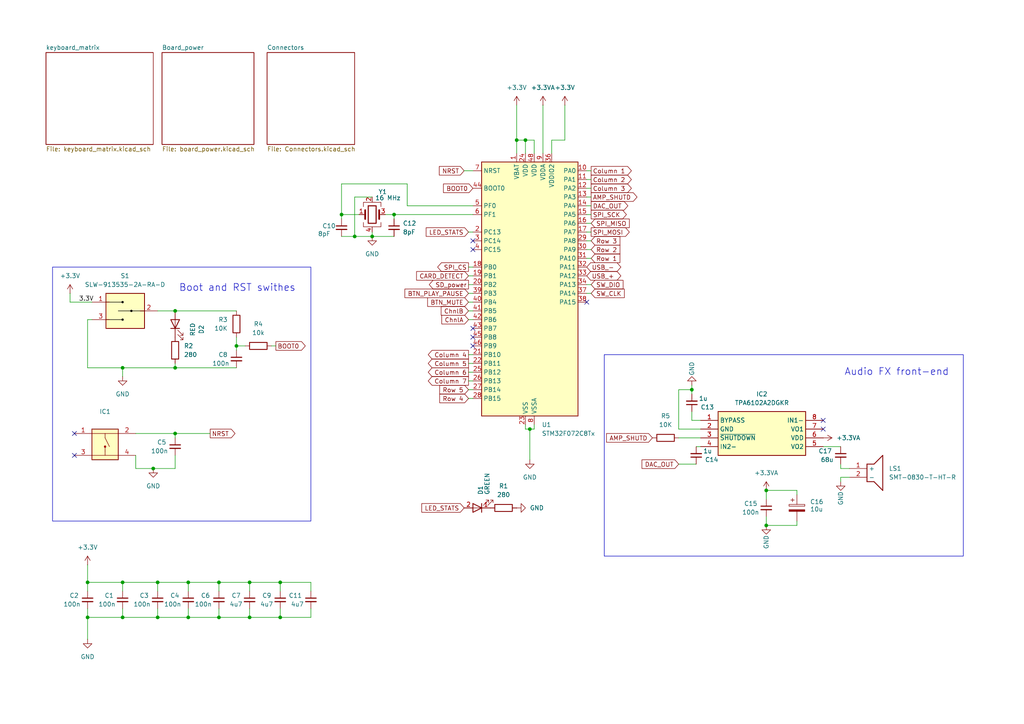
<source format=kicad_sch>
(kicad_sch (version 20250114) (generator "eeschema") (generator_version "9.0")
  (paper "A4")
  (lib_symbols
    (symbol "+3.3VA_1" (power) (pin_numbers (hide yes)) (pin_names (offset 0) (hide yes))
      (property "Value" "+3.3VA" (at 0 5.08 0))
      (symbol "+3.3VA_1_0_1"
        (polyline (pts (xy -0.762 1.27) (xy 0 2.54)))
        (polyline (pts (xy 0 2.54) (xy 0.762 1.27)))
        (polyline (pts (xy 0 0) (xy 0 2.54)))
      )
      (symbol "+3.3VA_1_1_1"
        (pin power_out line (at 0 0 90) (length 0) (name "~") (number "1"))
      )
    )
    (symbol "+3.3V_1" (power) (pin_numbers (hide yes)) (pin_names (offset 0) (hide yes))
      (property "Value" "+3.3V" (at 0 5.08 0))
      (symbol "+3.3V_1_0_1"
        (polyline (pts (xy -0.762 1.27) (xy 0 2.54)))
        (polyline (pts (xy 0 2.54) (xy 0.762 1.27)))
        (polyline (pts (xy 0 0) (xy 0 2.54)))
      )
      (symbol "+3.3V_1_1_1"
        (pin power_out line (at 0 0 90) (length 0) (name "~") (number "1"))
      )
    )
    (symbol "+3.3V_2" (power) (pin_numbers (hide yes)) (pin_names (offset 0) (hide yes))
      (property "Value" "+3.3V" (at 0 5.08 0))
      (symbol "+3.3V_2_0_1"
        (polyline (pts (xy -0.762 1.27) (xy 0 2.54)))
        (polyline (pts (xy 0 2.54) (xy 0.762 1.27)))
        (polyline (pts (xy 0 0) (xy 0 2.54)))
      )
      (symbol "+3.3V_2_1_1"
        (pin power_out line (at 0 0 90) (length 0) (name "~") (number "1"))
      )
    )
    (symbol "+3.3V_3" (power) (pin_numbers (hide yes)) (pin_names (offset 0) (hide yes))
      (property "Value" "+3.3V" (at 0 5.08 0))
      (symbol "+3.3V_3_0_1"
        (polyline (pts (xy -0.762 1.27) (xy 0 2.54)))
        (polyline (pts (xy 0 2.54) (xy 0.762 1.27)))
        (polyline (pts (xy 0 0) (xy 0 2.54)))
      )
      (symbol "+3.3V_3_1_1"
        (pin power_out line (at 0 0 90) (length 0) (name "~") (number "1"))
      )
    )
    (symbol "150080VS75000(WURTH GREEN LED):150080VS75000"
      (property "Reference" "D" (at 0 0 0))
      (symbol "150080VS75000_0_1"
        (polyline (pts (xy -0.508 -3.302) (xy -2.032 -4.826) (xy -1.27 -4.826) (xy -2.032 -4.826) (xy -2.032 -4.064)))
        (polyline (pts (xy 0.762 -3.302) (xy -0.762 -4.826) (xy 0 -4.826) (xy -0.762 -4.826) (xy -0.762 -4.064)))
        (polyline (pts (xy 1.27 -2.54) (xy 3.81 -2.54)))
        (polyline (pts (xy 1.27 -3.81) (xy 1.27 -1.27)) (stroke (width 0.254)))
        (polyline (pts (xy 3.81 -3.81) (xy 3.81 -1.27) (xy 1.27 -2.54) (xy 3.81 -3.81)) (stroke (width 0.254)))
      )
      (symbol "150080VS75000_1_1"
        (pin passive line (at -1.27 -2.54 0) (length 2.54) (name "") (number "1"))
        (pin passive line (at 6.35 -2.54 180) (length 2.54) (name "") (number "2"))
      )
    )
    (symbol "Device:C_Polarized" (pin_numbers (hide yes)) (pin_names (offset 0.254))
      (property "Reference" "C" (at 0.635 2.54 0))
      (property "Value" "C_Polarized" (at 0.635 -2.54 0))
      (symbol "C_Polarized_0_1"
        (rectangle (start -2.286 0.508) (end 2.286 1.016))
        (polyline (pts (xy -1.778 2.286) (xy -0.762 2.286)))
        (polyline (pts (xy -1.27 2.794) (xy -1.27 1.778)))
        (rectangle (start 2.286 -0.508) (end -2.286 -1.016) (fill (type outline)))
      )
      (symbol "C_Polarized_1_1"
        (pin passive line (at 0 3.81 270) (length 2.794) (name "~") (number "1"))
        (pin passive line (at 0 -3.81 90) (length 2.794) (name "~") (number "2"))
      )
    )
    (symbol "Device:C_Small" (pin_numbers (hide yes)) (pin_names (offset 0.254) (hide yes))
      (property "Reference" "C" (at 0.254 1.778 0))
      (property "Value" "C_Small" (at 0.254 -2.032 0))
      (symbol "C_Small_0_1"
        (polyline (pts (xy -1.524 0.508) (xy 1.524 0.508)) (stroke (width 0.3048)))
        (polyline (pts (xy -1.524 -0.508) (xy 1.524 -0.508)) (stroke (width 0.3302)))
      )
      (symbol "C_Small_1_1"
        (pin passive line (at 0 2.54 270) (length 2.032) (name "~") (number "1"))
        (pin passive line (at 0 -2.54 90) (length 2.032) (name "~") (number "2"))
      )
    )
    (symbol "Device:LED" (pin_numbers (hide yes)) (pin_names (offset 1.016) (hide yes))
      (property "Reference" "D" (at 0 2.54 0))
      (property "Value" "LED" (at 0 -2.54 0))
      (symbol "LED_0_1"
        (polyline (pts (xy -3.048 -0.762) (xy -4.572 -2.286) (xy -3.81 -2.286) (xy -4.572 -2.286) (xy -4.572 -1.524)))
        (polyline (pts (xy -1.778 -0.762) (xy -3.302 -2.286) (xy -2.54 -2.286) (xy -3.302 -2.286) (xy -3.302 -1.524)))
        (polyline (pts (xy -1.27 0) (xy 1.27 0)))
        (polyline (pts (xy -1.27 -1.27) (xy -1.27 1.27)) (stroke (width 0.254)))
        (polyline (pts (xy 1.27 -1.27) (xy 1.27 1.27) (xy -1.27 0) (xy 1.27 -1.27)) (stroke (width 0.254)))
      )
      (symbol "LED_1_1"
        (pin passive line (at -3.81 0 0) (length 2.54) (name "K") (number "1"))
        (pin passive line (at 3.81 0 180) (length 2.54) (name "A") (number "2"))
      )
    )
    (symbol "Device:R" (pin_numbers (hide yes)) (pin_names (offset 0))
      (property "Reference" "R" (at 2.032 0 90))
      (property "Value" "R" (at 0 0 90))
      (symbol "R_0_1"
        (rectangle (start -1.016 -2.54) (end 1.016 2.54) (stroke (width 0.254)))
      )
      (symbol "R_1_1"
        (pin passive line (at 0 3.81 270) (length 1.27) (name "~") (number "1"))
        (pin passive line (at 0 -3.81 90) (length 1.27) (name "~") (number "2"))
      )
    )
    (symbol "EG1218_1"
      (property "Reference" "S1" (at 12.1285 7.62 0))
      (property "Value" "EG1218" (at 12.1285 5.08 0))
      (symbol "EG1218_1_1_1"
        (rectangle (start 6.604 2.54) (end 17.78 -7.62) (stroke (width 0.254)) (fill (type background)))
        (polyline (pts (xy 6.604 0) (xy 11.43 0)) (stroke (width 0) (color 0 0 0 1)))
        (polyline (pts (xy 6.604 -5.08) (xy 11.43 -5.08)) (stroke (width 0) (color 0 0 0 1)))
        (circle (center 11.43 0) (radius 0.254) (stroke (width 0) (color 0 0 0 1)) (fill (type color) (color 0 0 0 1)))
        (circle (center 11.43 -5.08) (radius 0.254) (stroke (width 0) (color 0 0 0 1)) (fill (type color) (color 0 0 0 1)))
        (circle (center 13.97 -2.54) (radius 0.254) (stroke (width 0) (color 0 0 0 1)) (fill (type color) (color 0 0 0 1)))
        (polyline (pts (xy 17.78 -2.54) (xy 13.97 -2.54) (xy 10.16 -2.54)) (stroke (width 0) (color 0 0 0 1)))
        (pin passive line (at 2.54 0 0) (length 5.08) (name "") (number "1"))
        (pin passive line (at 2.54 -5.08 0) (length 5.08) (name "") (number "3"))
        (pin passive line (at 21.59 -2.54 180) (length 5.08) (name "") (number "2"))
      )
    )
    (symbol "EPSON TSX-3225 16.0000MF09Z-AC3 (16MHz):TSX-3225_16.0000MF09Z-AC3"
      (property "Reference" "Y" (at 0 0 0))
      (symbol "TSX-3225_16.0000MF09Z-AC3_0_1"
        (polyline (pts (xy -5.08 -2.794) (xy -5.08 -1.524) (xy 0 -1.524) (xy 0 -2.794)))
        (polyline (pts (xy -5.08 -5.08) (xy -4.572 -5.08)))
        (polyline (pts (xy -5.08 -7.366) (xy -5.08 -8.636) (xy 0 -8.636) (xy 0 -7.366)))
        (polyline (pts (xy -4.572 -6.35) (xy -4.572 -3.81)) (stroke (width 0.508)))
        (rectangle (start -3.683 -2.54) (end -1.397 -7.62) (stroke (width 0.3048)))
        (polyline (pts (xy -2.54 -1.524) (xy -2.54 -1.27)))
        (polyline (pts (xy -2.54 -8.89) (xy -2.54 -8.636)))
        (polyline (pts (xy -0.508 -5.08) (xy 0 -5.08)))
        (polyline (pts (xy -0.508 -6.35) (xy -0.508 -3.81)) (stroke (width 0.508)))
      )
      (symbol "TSX-3225_16.0000MF09Z-AC3_1_1"
        (pin passive line (at -6.35 -5.08 0) (length 1.27) (name "") (number "1"))
        (pin passive line (at -2.54 0 270) (length 1.27) (name "") (number "2"))
        (pin passive line (at -2.54 -10.16 90) (length 1.27) (name "") (number "4"))
        (pin passive line (at 1.27 -5.08 180) (length 1.27) (name "") (number "3"))
      )
    )
    (symbol "GND_1" (power) (pin_numbers (hide yes)) (pin_names (offset 0) (hide yes))
      (property "Value" "GND" (at 0 -5.08 0))
      (symbol "GND_1_0_1"
        (polyline (pts (xy 0 0) (xy 0 -1.27) (xy 1.27 -1.27) (xy 0 -2.54) (xy -1.27 -1.27) (xy 0 -1.27)))
      )
      (symbol "GND_1_1_1"
        (pin power_out line (at 0 0 270) (length 0) (name "~") (number "1"))
      )
    )
    (symbol "MCU_ST_STM32F0:STM32F072C8Tx"
      (property "Reference" "U" (at -12.7 39.37 0))
      (property "Value" "STM32F072C8Tx" (at 10.16 39.37 0))
      (symbol "STM32F072C8Tx_0_1"
        (rectangle (start -12.7 -35.56) (end 15.24 38.1) (stroke (width 0.254)) (fill (type background)))
      )
      (symbol "STM32F072C8Tx_1_1"
        (pin input line (at -15.24 35.56 0) (length 2.54) (name "NRST") (number "7"))
        (pin input line (at -15.24 30.48 0) (length 2.54) (name "BOOT0") (number "44"))
        (pin bidirectional line (at -15.24 25.4 0) (length 2.54) (name "PF0") (number "5"))
        (pin bidirectional line (at -15.24 22.86 0) (length 2.54) (name "PF1") (number "6"))
        (pin bidirectional line (at -15.24 17.78 0) (length 2.54) (name "PC13") (number "2"))
        (pin bidirectional line (at -15.24 15.24 0) (length 2.54) (name "PC14") (number "3"))
        (pin bidirectional line (at -15.24 12.7 0) (length 2.54) (name "PC15") (number "4"))
        (pin bidirectional line (at -15.24 7.62 0) (length 2.54) (name "PB0") (number "18"))
        (pin bidirectional line (at -15.24 5.08 0) (length 2.54) (name "PB1") (number "19"))
        (pin bidirectional line (at -15.24 2.54 0) (length 2.54) (name "PB2") (number "20"))
        (pin bidirectional line (at -15.24 0 0) (length 2.54) (name "PB3") (number "39"))
        (pin bidirectional line (at -15.24 -2.54 0) (length 2.54) (name "PB4") (number "40"))
        (pin bidirectional line (at -15.24 -5.08 0) (length 2.54) (name "PB5") (number "41"))
        (pin bidirectional line (at -15.24 -7.62 0) (length 2.54) (name "PB6") (number "42"))
        (pin bidirectional line (at -15.24 -10.16 0) (length 2.54) (name "PB7") (number "43"))
        (pin bidirectional line (at -15.24 -12.7 0) (length 2.54) (name "PB8") (number "45"))
        (pin bidirectional line (at -15.24 -15.24 0) (length 2.54) (name "PB9") (number "46"))
        (pin bidirectional line (at -15.24 -17.78 0) (length 2.54) (name "PB10") (number "21"))
        (pin bidirectional line (at -15.24 -20.32 0) (length 2.54) (name "PB11") (number "22"))
        (pin bidirectional line (at -15.24 -22.86 0) (length 2.54) (name "PB12") (number "25"))
        (pin bidirectional line (at -15.24 -25.4 0) (length 2.54) (name "PB13") (number "26"))
        (pin bidirectional line (at -15.24 -27.94 0) (length 2.54) (name "PB14") (number "27"))
        (pin bidirectional line (at -15.24 -30.48 0) (length 2.54) (name "PB15") (number "28"))
        (pin power_in line (at -2.54 40.64 270) (length 2.54) (name "VBAT") (number "1"))
        (pin power_in line (at 0 40.64 270) (length 2.54) (name "VDD") (number "24"))
        (pin power_in line (at 0 -38.1 90) (length 2.54) (name "VSS") (number "23"))
        (pin passive line (at 0 -38.1 90) (length 2.54) (hide yes) (name "VSS") (number "35"))
        (pin passive line (at 0 -38.1 90) (length 2.54) (hide yes) (name "VSS") (number "47"))
        (pin power_in line (at 2.54 40.64 270) (length 2.54) (name "VDD") (number "48"))
        (pin power_in line (at 2.54 -38.1 90) (length 2.54) (name "VSSA") (number "8"))
        (pin power_in line (at 5.08 40.64 270) (length 2.54) (name "VDDA") (number "9"))
        (pin power_in line (at 7.62 40.64 270) (length 2.54) (name "VDDIO2") (number "36"))
        (pin bidirectional line (at 17.78 35.56 180) (length 2.54) (name "PA0") (number "10"))
        (pin bidirectional line (at 17.78 33.02 180) (length 2.54) (name "PA1") (number "11"))
        (pin bidirectional line (at 17.78 30.48 180) (length 2.54) (name "PA2") (number "12"))
        (pin bidirectional line (at 17.78 27.94 180) (length 2.54) (name "PA3") (number "13"))
        (pin bidirectional line (at 17.78 25.4 180) (length 2.54) (name "PA4") (number "14"))
        (pin bidirectional line (at 17.78 22.86 180) (length 2.54) (name "PA5") (number "15"))
        (pin bidirectional line (at 17.78 20.32 180) (length 2.54) (name "PA6") (number "16"))
        (pin bidirectional line (at 17.78 17.78 180) (length 2.54) (name "PA7") (number "17"))
        (pin bidirectional line (at 17.78 15.24 180) (length 2.54) (name "PA8") (number "29"))
        (pin bidirectional line (at 17.78 12.7 180) (length 2.54) (name "PA9") (number "30"))
        (pin bidirectional line (at 17.78 10.16 180) (length 2.54) (name "PA10") (number "31"))
        (pin bidirectional line (at 17.78 7.62 180) (length 2.54) (name "PA11") (number "32"))
        (pin bidirectional line (at 17.78 5.08 180) (length 2.54) (name "PA12") (number "33"))
        (pin bidirectional line (at 17.78 2.54 180) (length 2.54) (name "PA13") (number "34"))
        (pin bidirectional line (at 17.78 0 180) (length 2.54) (name "PA14") (number "37"))
        (pin bidirectional line (at 17.78 -2.54 180) (length 2.54) (name "PA15") (number "38"))
      )
    )
    (symbol "TE122001-6:TE122001-6"
      (property "Reference" "LS" (at 11.43 0 0))
      (property "Value" "TE122001-6" (at 11.43 -2.54 0))
      (symbol "TE122001-6_1_1"
        (polyline (pts (xy 5.08 1.27) (xy 5.08 -3.81)) (stroke (width 0.254)))
        (polyline (pts (xy 5.08 1.27) (xy 7.112 1.27)) (stroke (width 0.254)))
        (polyline (pts (xy 7.112 -3.81) (xy 5.08 -3.81)) (stroke (width 0.254)))
        (polyline (pts (xy 7.112 -3.81) (xy 9.652 -6.35)) (stroke (width 0.254)))
        (polyline (pts (xy 9.652 3.81) (xy 7.112 1.27)) (stroke (width 0.254)))
        (polyline (pts (xy 9.652 3.81) (xy 9.652 -6.35)) (stroke (width 0.254)))
        (pin passive line (at 0 0 0) (length 5.08) (name "+") (number "1"))
        (pin passive line (at 0 -2.54 0) (length 5.08) (name "-") (number "2"))
      )
    )
    (symbol "TPA6102A2DGKR:TPA6102A2DGKR"
      (property "Reference" "IC" (at 31.75 7.62 0))
      (property "Value" "TPA6102A2DGKR" (at 31.75 5.08 0))
      (symbol "TPA6102A2DGKR_1_1"
        (rectangle (start 5.08 2.54) (end 30.48 -10.16) (stroke (width 0.254)) (fill (type background)))
        (pin passive line (at 0 0 0) (length 5.08) (name "BYPASS") (number "1"))
        (pin passive line (at 0 -2.54 0) (length 5.08) (name "GND") (number "2"))
        (pin passive line (at 0 -5.08 0) (length 5.08) (name "~{SHUTDOWN}") (number "3"))
        (pin passive line (at 0 -7.62 0) (length 5.08) (name "IN2-") (number "4"))
        (pin passive line (at 35.56 0 180) (length 5.08) (name "IN1-") (number "8"))
        (pin passive line (at 35.56 -2.54 180) (length 5.08) (name "VO1") (number "7"))
        (pin passive line (at 35.56 -5.08 180) (length 5.08) (name "VDD") (number "6"))
        (pin passive line (at 35.56 -7.62 180) (length 5.08) (name "VO2") (number "5"))
      )
    )
    (symbol "TS02-66-80-BK-160-LCR-D_1"
      (property "Reference" "IC" (at 26.67 7.62 0))
      (property "Value" "TS02-66-80-BK-160-LCR-D" (at 26.67 5.08 0))
      (symbol "TS02-66-80-BK-160-LCR-D_1_0_1"
        (polyline (pts (xy 11.43 1.27) (xy 12.7 1.27) (xy 19.05 1.27)))
        (polyline (pts (xy 11.43 -5.08) (xy 19.05 -5.08)))
        (polyline (pts (xy 15.24 1.27) (xy 15.24 0)))
        (polyline (pts (xy 15.24 0) (xy 16.51 -2.54)))
        (polyline (pts (xy 15.24 -3.81) (xy 15.24 -2.54)))
        (polyline (pts (xy 15.24 -5.08) (xy 15.24 -3.81)))
      )
      (symbol "TS02-66-80-BK-160-LCR-D_1_1_1"
        (rectangle (start 11.43 2.54) (end 19.05 -6.35) (stroke (width 0.254)) (fill (type background)))
        (circle (center 15.24 -2.54) (radius 0.254) (fill (type color) (color 255 0 0 1)))
        (pin passive line (at 6.35 1.27 0) (length 5.08) (name "") (number "1"))
        (pin passive line (at 6.35 -5.08 0) (length 5.08) (name "") (number "3"))
        (pin passive line (at 24.13 1.27 180) (length 5.08) (name "") (number "2"))
        (pin passive line (at 24.13 -5.08 180) (length 5.08) (name "") (number "4"))
      )
    )
    (symbol "power:+3.3V" (power) (pin_numbers (hide yes)) (pin_names (offset 0) (hide yes))
      (property "Value" "+3.3V" (at 0 3.556 0))
      (symbol "+3.3V_0_1"
        (polyline (pts (xy -0.762 1.27) (xy 0 2.54)))
        (polyline (pts (xy 0 2.54) (xy 0.762 1.27)))
        (polyline (pts (xy 0 0) (xy 0 2.54)))
      )
      (symbol "+3.3V_1_1"
        (pin power_in line (at 0 0 90) (length 0) (name "~") (number "1"))
      )
    )
    (symbol "power:+3.3VA" (power) (pin_numbers (hide yes)) (pin_names (offset 0) (hide yes))
      (property "Value" "+3.3VA" (at 0 3.556 0))
      (symbol "+3.3VA_0_1"
        (polyline (pts (xy -0.762 1.27) (xy 0 2.54)))
        (polyline (pts (xy 0 2.54) (xy 0.762 1.27)))
        (polyline (pts (xy 0 0) (xy 0 2.54)))
      )
      (symbol "+3.3VA_1_1"
        (pin power_in line (at 0 0 90) (length 0) (name "~") (number "1"))
      )
    )
    (symbol "power:GND" (power) (pin_numbers (hide yes)) (pin_names (offset 0) (hide yes))
      (property "Value" "GND" (at 0 -3.81 0))
      (symbol "GND_0_1"
        (polyline (pts (xy 0 0) (xy 0 -1.27) (xy 1.27 -1.27) (xy 0 -2.54) (xy -1.27 -1.27) (xy 0 -1.27)))
      )
      (symbol "GND_1_1"
        (pin power_in line (at 0 0 270) (length 0) (name "~") (number "1"))
      )
    )
  )
  (rectangle (start 15.24 77.47) (end 90.17 151.13))
  (rectangle (start 175.26 102.87) (end 279.4 161.29))
  (text "Boot and RST swithes" (at 68.834 83.566 0) (effects (font (size 2.032 2.032))))
  (text "Audio FX front-end" (at 260.096 107.95 0) (effects (font (size 2.032 2.032))))
  (junction (at 54.61 168.91))
  (junction (at 50.8 90.17))
  (junction (at 107.95 68.58))
  (junction (at 200.66 113.03))
  (junction (at 152.4 40.64))
  (junction (at 99.06 62.23))
  (junction (at 68.58 100.33))
  (junction (at 114.3 62.23))
  (junction (at 35.56 179.07))
  (junction (at 81.28 179.07))
  (junction (at 222.25 152.4))
  (junction (at 54.61 179.07))
  (junction (at 44.45 135.89))
  (junction (at 81.28 168.91))
  (junction (at 153.67 124.46))
  (junction (at 35.56 106.68))
  (junction (at 149.86 40.64))
  (junction (at 45.72 179.07))
  (junction (at 102.87 68.58))
  (junction (at 25.4 168.91))
  (junction (at 63.5 179.07))
  (junction (at 50.8 125.73))
  (junction (at 72.39 168.91))
  (junction (at 63.5 168.91))
  (junction (at 45.72 168.91))
  (junction (at 72.39 179.07))
  (junction (at 35.56 168.91))
  (junction (at 222.25 142.24))
  (junction (at 25.4 179.07))
  (junction (at 50.8 106.68))
  (no_connect (at 137.16 95.25))
  (no_connect (at 238.76 124.46))
  (no_connect (at 238.76 121.92))
  (no_connect (at 170.18 87.63))
  (no_connect (at 137.16 69.85))
  (no_connect (at 137.16 72.39))
  (no_connect (at 21.59 125.73))
  (no_connect (at 21.59 132.08))
  (no_connect (at 137.16 100.33))
  (no_connect (at 137.16 97.79))
  (wire (pts (xy 135.89 90.17) (xy 137.16 90.17)))
  (wire (pts (xy 99.06 53.34) (xy 99.06 62.23)))
  (wire (pts (xy 231.14 151.13) (xy 231.14 152.4)))
  (wire (pts (xy 135.89 85.09) (xy 137.16 85.09)))
  (wire (pts (xy 200.66 119.38) (xy 200.66 121.92)))
  (wire (pts (xy 170.18 49.53) (xy 171.45 49.53)))
  (wire (pts (xy 72.39 179.07) (xy 72.39 176.53)))
  (wire (pts (xy 201.93 129.54) (xy 203.2 129.54)))
  (wire (pts (xy 118.11 59.69) (xy 118.11 53.34)))
  (wire (pts (xy 114.3 68.58) (xy 107.95 68.58)))
  (wire (pts (xy 50.8 125.73) (xy 39.37 125.73)))
  (wire (pts (xy 135.89 82.55) (xy 137.16 82.55)))
  (wire (pts (xy 45.72 179.07) (xy 45.72 176.53)))
  (wire (pts (xy 170.18 85.09) (xy 171.45 85.09)))
  (wire (pts (xy 25.4 185.42) (xy 25.4 179.07)))
  (wire (pts (xy 135.89 80.01) (xy 137.16 80.01)))
  (wire (pts (xy 102.87 57.15) (xy 102.87 68.58)))
  (wire (pts (xy 149.86 44.45) (xy 149.86 40.64)))
  (wire (pts (xy 157.48 30.48) (xy 157.48 44.45)))
  (wire (pts (xy 170.18 64.77) (xy 171.45 64.77)))
  (wire (pts (xy 170.18 59.69) (xy 171.45 59.69)))
  (wire (pts (xy 170.18 69.85) (xy 171.45 69.85)))
  (wire (pts (xy 104.14 62.23) (xy 99.06 62.23)))
  (wire (pts (xy 163.83 40.64) (xy 160.02 40.64)))
  (wire (pts (xy 63.5 179.07) (xy 63.5 176.53)))
  (wire (pts (xy 50.8 90.17) (xy 68.58 90.17)))
  (wire (pts (xy 39.37 135.89) (xy 44.45 135.89)))
  (wire (pts (xy 152.4 124.46) (xy 153.67 124.46)))
  (wire (pts (xy 81.28 168.91) (xy 81.28 171.45)))
  (wire (pts (xy 170.18 54.61) (xy 171.45 54.61)))
  (wire (pts (xy 154.94 44.45) (xy 154.94 40.64)))
  (wire (pts (xy 200.66 111.76) (xy 200.66 113.03)))
  (wire (pts (xy 135.89 67.31) (xy 137.16 67.31)))
  (wire (pts (xy 118.11 53.34) (xy 99.06 53.34)))
  (wire (pts (xy 238.76 129.54) (xy 243.84 129.54)))
  (wire (pts (xy 50.8 106.68) (xy 68.58 106.68)))
  (wire (pts (xy 222.25 152.4) (xy 222.25 149.86)))
  (wire (pts (xy 25.4 168.91) (xy 35.56 168.91)))
  (wire (pts (xy 153.67 124.46) (xy 154.94 124.46)))
  (wire (pts (xy 243.84 135.89) (xy 243.84 134.62)))
  (wire (pts (xy 63.5 168.91) (xy 63.5 171.45)))
  (wire (pts (xy 246.38 138.43) (xy 243.84 138.43)))
  (wire (pts (xy 35.56 168.91) (xy 35.56 171.45)))
  (wire (pts (xy 68.58 100.33) (xy 68.58 101.6)))
  (wire (pts (xy 222.25 142.24) (xy 222.25 144.78)))
  (wire (pts (xy 39.37 132.08) (xy 39.37 135.89)))
  (wire (pts (xy 50.8 125.73) (xy 50.8 127)))
  (wire (pts (xy 81.28 168.91) (xy 90.17 168.91)))
  (wire (pts (xy 71.12 100.33) (xy 68.58 100.33)))
  (wire (pts (xy 54.61 168.91) (xy 54.61 171.45)))
  (wire (pts (xy 170.18 62.23) (xy 171.45 62.23)))
  (wire (pts (xy 35.56 106.68) (xy 35.56 109.22)))
  (wire (pts (xy 163.83 30.48) (xy 163.83 40.64)))
  (wire (pts (xy 50.8 135.89) (xy 44.45 135.89)))
  (wire (pts (xy 135.89 87.63) (xy 137.16 87.63)))
  (wire (pts (xy 25.4 179.07) (xy 35.56 179.07)))
  (wire (pts (xy 201.93 134.62) (xy 196.85 134.62)))
  (wire (pts (xy 170.18 74.93) (xy 171.45 74.93)))
  (wire (pts (xy 135.89 113.03) (xy 137.16 113.03)))
  (wire (pts (xy 203.2 124.46) (xy 196.85 124.46)))
  (wire (pts (xy 107.95 67.31) (xy 107.95 68.58)))
  (wire (pts (xy 35.56 106.68) (xy 50.8 106.68)))
  (wire (pts (xy 107.95 57.15) (xy 102.87 57.15)))
  (wire (pts (xy 170.18 72.39) (xy 171.45 72.39)))
  (wire (pts (xy 102.87 68.58) (xy 107.95 68.58)))
  (wire (pts (xy 135.89 115.57) (xy 137.16 115.57)))
  (wire (pts (xy 63.5 179.07) (xy 72.39 179.07)))
  (wire (pts (xy 137.16 59.69) (xy 118.11 59.69)))
  (wire (pts (xy 35.56 176.53) (xy 35.56 179.07)))
  (wire (pts (xy 149.86 40.64) (xy 152.4 40.64)))
  (wire (pts (xy 54.61 179.07) (xy 54.61 176.53)))
  (wire (pts (xy 45.72 168.91) (xy 45.72 171.45)))
  (wire (pts (xy 149.86 30.48) (xy 149.86 40.64)))
  (wire (pts (xy 90.17 168.91) (xy 90.17 171.45)))
  (wire (pts (xy 50.8 105.41) (xy 50.8 106.68)))
  (wire (pts (xy 63.5 168.91) (xy 72.39 168.91)))
  (wire (pts (xy 160.02 40.64) (xy 160.02 44.45)))
  (wire (pts (xy 196.85 113.03) (xy 200.66 113.03)))
  (wire (pts (xy 196.85 127) (xy 203.2 127)))
  (wire (pts (xy 25.4 92.71) (xy 25.4 106.68)))
  (wire (pts (xy 243.84 135.89) (xy 246.38 135.89)))
  (wire (pts (xy 25.4 163.83) (xy 25.4 168.91)))
  (wire (pts (xy 45.72 168.91) (xy 54.61 168.91)))
  (wire (pts (xy 25.4 92.71) (xy 26.67 92.71)))
  (wire (pts (xy 154.94 124.46) (xy 154.94 123.19)))
  (wire (pts (xy 35.56 179.07) (xy 45.72 179.07)))
  (wire (pts (xy 231.14 142.24) (xy 222.25 142.24)))
  (wire (pts (xy 50.8 125.73) (xy 60.96 125.73)))
  (wire (pts (xy 135.89 107.95) (xy 137.16 107.95)))
  (wire (pts (xy 153.67 124.46) (xy 153.67 133.35)))
  (wire (pts (xy 81.28 179.07) (xy 81.28 176.53)))
  (wire (pts (xy 170.18 57.15) (xy 171.45 57.15)))
  (wire (pts (xy 90.17 179.07) (xy 90.17 176.53)))
  (wire (pts (xy 170.18 52.07) (xy 171.45 52.07)))
  (wire (pts (xy 68.58 97.79) (xy 68.58 100.33)))
  (wire (pts (xy 72.39 168.91) (xy 81.28 168.91)))
  (wire (pts (xy 114.3 62.23) (xy 114.3 63.5)))
  (wire (pts (xy 20.32 87.63) (xy 26.67 87.63)))
  (wire (pts (xy 72.39 168.91) (xy 72.39 171.45)))
  (wire (pts (xy 45.72 179.07) (xy 54.61 179.07)))
  (wire (pts (xy 20.32 85.09) (xy 20.32 87.63)))
  (wire (pts (xy 135.89 92.71) (xy 137.16 92.71)))
  (wire (pts (xy 231.14 143.51) (xy 231.14 142.24)))
  (wire (pts (xy 45.72 90.17) (xy 50.8 90.17)))
  (wire (pts (xy 134.62 49.53) (xy 137.16 49.53)))
  (wire (pts (xy 72.39 179.07) (xy 81.28 179.07)))
  (wire (pts (xy 243.84 138.43) (xy 243.84 139.7)))
  (wire (pts (xy 200.66 121.92) (xy 203.2 121.92)))
  (wire (pts (xy 135.89 102.87) (xy 137.16 102.87)))
  (wire (pts (xy 135.89 110.49) (xy 137.16 110.49)))
  (wire (pts (xy 111.76 62.23) (xy 114.3 62.23)))
  (wire (pts (xy 25.4 171.45) (xy 25.4 168.91)))
  (wire (pts (xy 114.3 62.23) (xy 137.16 62.23)))
  (wire (pts (xy 99.06 68.58) (xy 102.87 68.58)))
  (wire (pts (xy 25.4 176.53) (xy 25.4 179.07)))
  (wire (pts (xy 135.89 105.41) (xy 137.16 105.41)))
  (wire (pts (xy 81.28 179.07) (xy 90.17 179.07)))
  (wire (pts (xy 170.18 82.55) (xy 171.45 82.55)))
  (wire (pts (xy 99.06 62.23) (xy 99.06 63.5)))
  (wire (pts (xy 152.4 40.64) (xy 152.4 44.45)))
  (wire (pts (xy 152.4 123.19) (xy 152.4 124.46)))
  (wire (pts (xy 25.4 106.68) (xy 35.56 106.68)))
  (wire (pts (xy 78.74 100.33) (xy 80.01 100.33)))
  (wire (pts (xy 154.94 40.64) (xy 152.4 40.64)))
  (wire (pts (xy 35.56 168.91) (xy 45.72 168.91)))
  (wire (pts (xy 200.66 113.03) (xy 200.66 114.3)))
  (wire (pts (xy 196.85 124.46) (xy 196.85 113.03)))
  (wire (pts (xy 135.89 77.47) (xy 137.16 77.47)))
  (wire (pts (xy 170.18 67.31) (xy 171.45 67.31)))
  (wire (pts (xy 50.8 132.08) (xy 50.8 135.89)))
  (wire (pts (xy 54.61 179.07) (xy 63.5 179.07)))
  (wire (pts (xy 231.14 152.4) (xy 222.25 152.4)))
  (wire (pts (xy 54.61 168.91) (xy 63.5 168.91)))
  (label "3.3V" (at 22.86 87.63 0))
  (global_label "USB_+" (shape bidirectional) (at 170.18 80.01 0) (property "Intersheetrefs" "${INTERSHEET_REFS}" (effects (hide yes))))
  (global_label "SPI_SCK" (shape output) (at 171.45 62.23 0) (property "Intersheetrefs" "${INTERSHEET_REFS}" (effects (hide yes))))
  (global_label "SPI_MOSI" (shape output) (at 171.45 67.31 0) (property "Intersheetrefs" "${INTERSHEET_REFS}" (effects (hide yes))))
  (global_label "Column 6" (shape output) (at 135.89 107.95 180) (property "Intersheetrefs" "${INTERSHEET_REFS}" (effects (hide yes))))
  (global_label "Row 2" (shape input) (at 171.45 72.39 0) (property "Intersheetrefs" "${INTERSHEET_REFS}" (effects (hide yes))))
  (global_label "NRST" (shape output) (at 60.96 125.73 0) (property "Intersheetrefs" "${INTERSHEET_REFS}" (effects (hide yes))))
  (global_label "BOOT0" (shape output) (at 80.01 100.33 0) (property "Intersheetrefs" "${INTERSHEET_REFS}" (effects (hide yes))))
  (global_label "ChnlA" (shape input) (at 135.89 92.71 180) (property "Intersheetrefs" "${INTERSHEET_REFS}" (effects (hide yes))))
  (global_label "Row 4" (shape input) (at 135.89 115.57 180) (property "Intersheetrefs" "${INTERSHEET_REFS}" (effects (hide yes))))
  (global_label "Column 3" (shape output) (at 171.45 54.61 0) (property "Intersheetrefs" "${INTERSHEET_REFS}" (effects (hide yes))))
  (global_label "Column 1" (shape output) (at 171.45 49.53 0) (property "Intersheetrefs" "${INTERSHEET_REFS}" (effects (hide yes))))
  (global_label "DAC_OUT" (shape output) (at 171.45 59.69 0) (property "Intersheetrefs" "${INTERSHEET_REFS}" (effects (hide yes))))
  (global_label "AMP_SHUTD" (shape input) (at 189.23 127 180) (property "Intersheetrefs" "${INTERSHEET_REFS}" (effects (hide yes))))
  (global_label "AMP_SHUTD" (shape output) (at 171.45 57.15 0) (property "Intersheetrefs" "${INTERSHEET_REFS}" (effects (hide yes))))
  (global_label "Column 2" (shape output) (at 171.45 52.07 0) (property "Intersheetrefs" "${INTERSHEET_REFS}" (effects (hide yes))))
  (global_label "BTN_PLAY_PAUSE" (shape input) (at 135.89 85.09 180) (property "Intersheetrefs" "${INTERSHEET_REFS}" (effects (hide yes))))
  (global_label "SW_DIO" (shape input) (at 171.45 82.55 0) (property "Intersheetrefs" "${INTERSHEET_REFS}" (effects (hide yes))))
  (global_label "SD_power" (shape output) (at 135.89 82.55 180) (property "Intersheetrefs" "${INTERSHEET_REFS}" (effects (hide yes))))
  (global_label "Column 7" (shape output) (at 135.89 110.49 180) (property "Intersheetrefs" "${INTERSHEET_REFS}" (effects (hide yes))))
  (global_label "NRST" (shape input) (at 134.62 49.53 180) (property "Intersheetrefs" "${INTERSHEET_REFS}" (effects (hide yes))))
  (global_label "DAC_OUT" (shape input) (at 196.85 134.62 180) (property "Intersheetrefs" "${INTERSHEET_REFS}" (effects (hide yes))))
  (global_label "SPI_CS" (shape output) (at 135.89 77.47 180) (property "Intersheetrefs" "${INTERSHEET_REFS}" (effects (hide yes))))
  (global_label "BTN_MUTE" (shape input) (at 135.89 87.63 180) (property "Intersheetrefs" "${INTERSHEET_REFS}" (effects (hide yes))))
  (global_label "CARD_DETECT" (shape input) (at 135.89 80.01 180) (property "Intersheetrefs" "${INTERSHEET_REFS}" (effects (hide yes))))
  (global_label "Row 3" (shape input) (at 171.45 69.85 0) (property "Intersheetrefs" "${INTERSHEET_REFS}" (effects (hide yes))))
  (global_label "ChnlB" (shape input) (at 135.89 90.17 180) (property "Intersheetrefs" "${INTERSHEET_REFS}" (effects (hide yes))))
  (global_label "Row 1" (shape input) (at 171.45 74.93 0) (property "Intersheetrefs" "${INTERSHEET_REFS}" (effects (hide yes))))
  (global_label "Row 5" (shape input) (at 135.89 113.03 180) (property "Intersheetrefs" "${INTERSHEET_REFS}" (effects (hide yes))))
  (global_label "BOOT0" (shape input) (at 137.16 54.61 180) (property "Intersheetrefs" "${INTERSHEET_REFS}" (effects (hide yes))))
  (global_label "LED_STATS" (shape input) (at 135.89 67.31 180) (property "Intersheetrefs" "${INTERSHEET_REFS}" (effects (hide yes))))
  (global_label "Column 5" (shape output) (at 135.89 105.41 180) (property "Intersheetrefs" "${INTERSHEET_REFS}" (effects (hide yes))))
  (global_label "LED_STATS" (shape input) (at 134.62 147.32 180) (property "Intersheetrefs" "${INTERSHEET_REFS}" (effects (hide yes))))
  (global_label "USB_-" (shape bidirectional) (at 170.18 77.47 0) (property "Intersheetrefs" "${INTERSHEET_REFS}" (effects (hide yes))))
  (global_label "Column 4" (shape output) (at 135.89 102.87 180) (property "Intersheetrefs" "${INTERSHEET_REFS}" (effects (hide yes))))
  (global_label "SPI_MISO" (shape input) (at 171.45 64.77 0) (property "Intersheetrefs" "${INTERSHEET_REFS}" (effects (hide yes))))
  (global_label "SW_CLK" (shape input) (at 171.45 85.09 0) (property "Intersheetrefs" "${INTERSHEET_REFS}" (effects (hide yes))))
  (symbol (lib_name "+3.3V_3") (lib_id "power:+3.3V") (at 20.32 85.09 0) (unit 1)
    (property "Reference" "#PWR03" (effects (hide yes)))
    (property "Value" "+3.3V" (at 20.32 80.01 0))
    (property "Description" "Power symbol creates a global label with name \"+3.3V\"" (effects (hide yes)))
  )
  (symbol (lib_name "EG1218_1") (lib_id "EG1218:EG1218") (at 24.13 87.63 0) (unit 1)
    (property "Reference" "S1" (at 36.2585 80.01 0))
    (property "Value" "SLW-913535-2A-RA-D" (at 36.2585 82.55 0))
    (property "Footprint" "SLW-913535-2A-RA-D:SLW-913535-2A-RA-D" (effects (hide yes)))
    (property "Datasheet" "https://www.mouser.co.uk/datasheet/2/670/slw_913535_2a_ra_d-3240856.pdf" (effects (hide yes)))
    (property "Height" "7.4" (effects (hide yes)))
    (property "Manufacturer_Name" "E-Switch" (effects (hide yes)))
    (property "Manufacturer_Part_Number" "EG1218" (effects (hide yes)))
    (property "Mouser Part Number" "612-EG1218" (effects (hide yes)))
    (property "Mouser Price/Stock" "https://www.mouser.co.uk/ProductDetail/E-Switch/EG1218?qs=xDsBkp9LkocT0c8K%252B5e%2FgA%3D%3D" (effects (hide yes)))
  )
  (symbol (lib_name "+3.3V_1") (lib_id "power:+3.3V") (at 149.86 30.48 0) (mirror y) (unit 1)
    (property "Reference" "#PWR08" (effects (hide yes)))
    (property "Value" "+3.3V" (at 149.86 25.4 0))
    (property "Description" "Power symbol creates a global label with name \"+3.3V\"" (effects (hide yes)))
  )
  (symbol (lib_id "Device:LED") (at 50.8 93.98 90) (unit 1)
    (property "Reference" "D2" (at 58.42 95.5675 0))
    (property "Value" "RED" (at 55.88 95.5675 0))
    (property "Footprint" "150080VS75000(WURTH GREEN LED):150080VS75000" (effects (hide yes)))
    (property "Description" "Light emitting diode" (effects (hide yes)))
  )
  (symbol (lib_id "Device:C_Small") (at 68.58 104.14 0) (mirror y) (unit 1)
    (property "Reference" "C8" (at 66.04 102.8762 0) (effects (justify left)))
    (property "Value" "100n" (at 66.548 105.41 0) (effects (justify left)))
    (property "Footprint" "Capacitor_SMD:C_0805_2012Metric_Pad1.18x1.45mm_HandSolder" (effects (hide yes)))
    (property "Description" "Unpolarized capacitor, small symbol" (effects (hide yes)))
  )
  (symbol (lib_id "TE122001-6:TE122001-6") (at 246.38 135.89 0) (unit 1)
    (property "Reference" "LS1" (at 257.81 135.8899 0) (effects (justify left)))
    (property "Value" "SMT-0830-T-HT-R" (at 257.81 138.4299 0) (effects (justify left)))
    (property "Footprint" "SMT-0830-T-HT-R:SMT-0830-T-HT-R" (effects (hide yes)))
    (property "Datasheet" "https://dbunlimitedco.com/images/product_images/2D-Drawings/TE122001-6.pdf" (effects (hide yes)))
    (property "Description" "Buzzers Transducer, Externally Driven Electromechanical 1.5 V 30mA 2.048kHz 85dB @ 1.5V, 10cm Through Hole PC Pins" (effects (hide yes)))
    (property "Height" "8.7" (effects (hide yes)))
    (property "Manufacturer_Name" "DB Unlimited" (effects (hide yes)))
    (property "Manufacturer_Part_Number" "TE122001-6" (effects (hide yes)))
    (property "Mouser Part Number" "497-TE122001-6" (effects (hide yes)))
    (property "Mouser Price/Stock" "https://www.mouser.co.uk/ProductDetail/DB-Unlimited/TE122001-6?qs=t9M3m0YJX4NPzWmfcQIlUw%3D%3D" (effects (hide yes)))
    (property "Arrow Part Number" "TE122001-6" (effects (hide yes)))
    (property "Arrow Price/Stock" "https://www.arrow.com/en/products/te122001-6/db-unlimited" (effects (hide yes)))
  )
  (symbol (lib_id "Device:C_Small") (at 45.72 173.99 0) (mirror y) (unit 1)
    (property "Reference" "C3" (at 43.18 172.7262 0) (effects (justify left)))
    (property "Value" "100n" (at 43.688 175.26 0) (effects (justify left)))
    (property "Footprint" "Capacitor_SMD:C_0805_2012Metric_Pad1.18x1.45mm_HandSolder" (effects (hide yes)))
    (property "Description" "Unpolarized capacitor, small symbol" (effects (hide yes)))
  )
  (symbol (lib_name "+3.3VA_1") (lib_id "power:+3.3VA") (at 157.48 30.48 0) (unit 1)
    (property "Reference" "#PWR010" (effects (hide yes)))
    (property "Value" "+3.3VA" (at 157.48 25.4 0))
    (property "Description" "Power symbol creates a global label with name \"+3.3VA\"" (effects (hide yes)))
  )
  (symbol (lib_name "GND_1") (lib_id "power:GND") (at 153.67 133.35 0) (unit 1)
    (property "Reference" "#PWR09" (effects (hide yes)))
    (property "Value" "GND" (at 153.67 138.43 0))
    (property "Description" "Power symbol creates a global label with name \"GND\" , ground" (effects (hide yes)))
  )
  (symbol (lib_id "Device:R") (at 146.05 147.32 90) (unit 1)
    (property "Reference" "R1" (at 146.05 140.97 90))
    (property "Value" "280" (at 146.05 143.51 90))
    (property "Footprint" "Resistor_SMD:R_0603_1608Metric_Pad0.98x0.95mm_HandSolder" (effects (hide yes)))
    (property "Description" "Resistor" (effects (hide yes)))
  )
  (symbol (lib_id "Device:C_Small") (at 222.25 147.32 0) (mirror y) (unit 1)
    (property "Reference" "C15" (at 219.71 146.0562 0) (effects (justify left)))
    (property "Value" "100n" (at 220.218 148.59 0) (effects (justify left)))
    (property "Footprint" "Capacitor_SMD:C_0805_2012Metric_Pad1.18x1.45mm_HandSolder" (effects (hide yes)))
    (property "Description" "Unpolarized capacitor, small symbol" (effects (hide yes)))
  )
  (symbol (lib_id "power:GND") (at 107.95 68.58 0) (mirror y) (unit 1)
    (property "Reference" "#PWR07" (effects (hide yes)))
    (property "Value" "GND" (at 107.95 73.66 0))
    (property "Description" "Power symbol creates a global label with name \"GND\" , ground" (effects (hide yes)))
  )
  (symbol (lib_id "power:GND") (at 222.25 152.4 0) (unit 1)
    (property "Reference" "#PWR014" (effects (hide yes)))
    (property "Value" "GND" (at 222.25 155.194 90) (effects (justify right)))
    (property "Description" "Power symbol creates a global label with name \"GND\" , ground" (effects (hide yes)))
  )
  (symbol (lib_id "Device:C_Small") (at 114.3 66.04 0) (unit 1)
    (property "Reference" "C12" (at 116.84 64.7762 0) (effects (justify left)))
    (property "Value" "8pF" (at 116.84 67.3162 0) (effects (justify left)))
    (property "Footprint" "Capacitor_SMD:C_0603_1608Metric_Pad1.08x0.95mm_HandSolder" (effects (hide yes)))
    (property "Description" "Unpolarized capacitor, small symbol" (effects (hide yes)))
  )
  (symbol (lib_id "TPA6102A2DGKR:TPA6102A2DGKR") (at 203.2 121.92 0) (unit 1)
    (property "Reference" "IC2" (at 220.98 114.3 0))
    (property "Value" "TPA6102A2DGKR" (at 220.98 116.84 0))
    (property "Footprint" "TPA6102A2DGKR:SOP65P490X110-8N" (effects (hide yes)))
    (property "Datasheet" "http://www.ti.com/lit/gpn/tpa6102a2" (effects (hide yes)))
    (property "Description" "50-mW Ultra Low-Voltage, Stereo Headphone Audio Amplifier with Fixed Gain (14dB)" (effects (hide yes)))
    (property "Height" "1.1" (effects (hide yes)))
    (property "Manufacturer_Name" "Texas Instruments" (effects (hide yes)))
    (property "Manufacturer_Part_Number" "TPA6102A2DGKR" (effects (hide yes)))
    (property "Mouser Part Number" "595-TPA6102A2DGKR" (effects (hide yes)))
    (property "Mouser Price/Stock" "https://www.mouser.co.uk/ProductDetail/Texas-Instruments/TPA6102A2DGKR?qs=ojKcPFmCWSXqrcjB4lQ9mA%3D%3D" (effects (hide yes)))
  )
  (symbol (lib_id "power:GND") (at 243.84 139.7 0) (unit 1)
    (property "Reference" "#PWR016" (effects (hide yes)))
    (property "Value" "GND" (at 243.84 142.494 90) (effects (justify right)))
    (property "Description" "Power symbol creates a global label with name \"GND\" , ground" (effects (hide yes)))
  )
  (symbol (lib_id "Device:C_Small") (at 81.28 173.99 0) (mirror y) (unit 1)
    (property "Reference" "C9" (at 78.74 172.7262 0) (effects (justify left)))
    (property "Value" "4u7" (at 79.248 175.26 0) (effects (justify left)))
    (property "Footprint" "Capacitor_SMD:C_0805_2012Metric_Pad1.18x1.45mm_HandSolder" (effects (hide yes)))
    (property "Description" "Unpolarized capacitor, small symbol" (effects (hide yes)))
  )
  (symbol (lib_id "power:GND") (at 25.4 185.42 0) (mirror y) (unit 1)
    (property "Reference" "#PWR02" (effects (hide yes)))
    (property "Value" "GND" (at 25.4 190.5 0))
    (property "Description" "Power symbol creates a global label with name \"GND\" , ground" (effects (hide yes)))
  )
  (symbol (lib_id "Device:C_Small") (at 72.39 173.99 0) (mirror y) (unit 1)
    (property "Reference" "C7" (at 69.85 172.7262 0) (effects (justify left)))
    (property "Value" "4u7" (at 70.358 175.26 0) (effects (justify left)))
    (property "Footprint" "Capacitor_SMD:C_0805_2012Metric_Pad1.18x1.45mm_HandSolder" (effects (hide yes)))
    (property "Description" "Unpolarized capacitor, small symbol" (effects (hide yes)))
  )
  (symbol (lib_id "power:+3.3VA") (at 238.76 127 270) (unit 1)
    (property "Reference" "#PWR015" (effects (hide yes)))
    (property "Value" "+3.3VA" (at 242.57 126.9999 90) (effects (justify left)))
    (property "Description" "Power symbol creates a global label with name \"+3.3VA\"" (effects (hide yes)))
  )
  (symbol (lib_id "power:GND") (at 200.66 111.76 180) (unit 1)
    (property "Reference" "#PWR012" (effects (hide yes)))
    (property "Value" "GND" (at 200.66 108.966 90) (effects (justify right)))
    (property "Description" "Power symbol creates a global label with name \"GND\" , ground" (effects (hide yes)))
  )
  (symbol (lib_id "power:+3.3V") (at 25.4 163.83 0) (mirror y) (unit 1)
    (property "Reference" "#PWR01" (effects (hide yes)))
    (property "Value" "+3.3V" (at 25.4 158.75 0))
    (property "Description" "Power symbol creates a global label with name \"+3.3V\"" (effects (hide yes)))
  )
  (symbol (lib_id "Device:C_Small") (at 25.4 173.99 0) (mirror y) (unit 1)
    (property "Reference" "C2" (at 22.86 172.7262 0) (effects (justify left)))
    (property "Value" "100n" (at 23.368 175.26 0) (effects (justify left)))
    (property "Footprint" "Capacitor_SMD:C_0805_2012Metric_Pad1.18x1.45mm_HandSolder" (effects (hide yes)))
    (property "Description" "Unpolarized capacitor, small symbol" (effects (hide yes)))
  )
  (symbol (lib_id "Device:C_Small") (at 54.61 173.99 0) (mirror y) (unit 1)
    (property "Reference" "C4" (at 52.07 172.7262 0) (effects (justify left)))
    (property "Value" "100n" (at 52.578 175.26 0) (effects (justify left)))
    (property "Footprint" "Capacitor_SMD:C_0805_2012Metric_Pad1.18x1.45mm_HandSolder" (effects (hide yes)))
    (property "Description" "Unpolarized capacitor, small symbol" (effects (hide yes)))
  )
  (symbol (lib_id "Device:C_Polarized") (at 231.14 147.32 0) (unit 1)
    (property "Reference" "C16" (at 234.95 145.542 0) (effects (justify left)))
    (property "Value" "10u" (at 234.95 147.7009 0) (effects (justify left)))
    (property "Footprint" "Wurth Elektronik 10μF 16 V dc Aluminium Electrolytic Capacitor_860020372001:CAPPRD200W52D500H1250" (effects (hide yes)))
    (property "Description" "Polarized capacitor" (effects (hide yes)))
  )
  (symbol (lib_id "Device:C_Small") (at 63.5 173.99 0) (mirror y) (unit 1)
    (property "Reference" "C6" (at 60.96 172.7262 0) (effects (justify left)))
    (property "Value" "100n" (at 61.468 175.26 0) (effects (justify left)))
    (property "Footprint" "Capacitor_SMD:C_0805_2012Metric_Pad1.18x1.45mm_HandSolder" (effects (hide yes)))
    (property "Description" "Unpolarized capacitor, small symbol" (effects (hide yes)))
  )
  (symbol (lib_name "+3.3V_2") (lib_id "power:+3.3V") (at 163.83 30.48 0) (mirror y) (unit 1)
    (property "Reference" "#PWR011" (effects (hide yes)))
    (property "Value" "+3.3V" (at 163.83 25.4 0))
    (property "Description" "Power symbol creates a global label with name \"+3.3V\"" (effects (hide yes)))
  )
  (symbol (lib_id "150080VS75000(WURTH GREEN LED):150080VS75000") (at 140.97 149.86 180) (unit 1)
    (property "Reference" "D1" (at 139.3824 143.51 90) (effects (justify right)))
    (property "Value" "GREEN" (at 141.2875 143.51 90) (effects (justify right)))
    (property "Footprint" "150080VS75000(WURTH GREEN LED):150080VS75000" (effects (hide yes)))
  )
  (symbol (lib_id "Device:C_Small") (at 99.06 66.04 0) (unit 1)
    (property "Reference" "C10" (at 93.472 65.532 0) (effects (justify left)))
    (property "Value" "8pF" (at 92.202 67.818 0) (effects (justify left)))
    (property "Footprint" "Capacitor_SMD:C_0603_1608Metric_Pad1.08x0.95mm_HandSolder" (effects (hide yes)))
    (property "Description" "Unpolarized capacitor, small symbol" (effects (hide yes)))
  )
  (symbol (lib_id "Device:R") (at 50.8 101.6 0) (unit 1)
    (property "Reference" "R2" (at 53.34 100.3299 0) (effects (justify left)))
    (property "Value" "280" (at 53.34 102.8699 0) (effects (justify left)))
    (property "Footprint" "Resistor_SMD:R_0603_1608Metric_Pad0.98x0.95mm_HandSolder" (effects (hide yes)))
    (property "Description" "Resistor" (effects (hide yes)))
  )
  (symbol (lib_id "Device:R") (at 74.93 100.33 270) (mirror x) (unit 1)
    (property "Reference" "R4" (at 74.93 93.98 90))
    (property "Value" "10k" (at 74.93 96.52 90))
    (property "Footprint" "Resistor_SMD:R_0603_1608Metric_Pad0.98x0.95mm_HandSolder" (effects (hide yes)))
    (property "Description" "Resistor" (effects (hide yes)))
  )
  (symbol (lib_id "power:GND") (at 35.56 109.22 0) (unit 1)
    (property "Reference" "#PWR04" (effects (hide yes)))
    (property "Value" "GND" (at 35.56 114.3 0))
    (property "Description" "Power symbol creates a global label with name \"GND\" , ground" (effects (hide yes)))
  )
  (symbol (lib_id "Device:R") (at 193.04 127 270) (mirror x) (unit 1)
    (property "Reference" "R5" (at 193.04 120.65 90))
    (property "Value" "10K" (at 193.04 123.19 90))
    (property "Footprint" "Resistor_SMD:R_0603_1608Metric_Pad0.98x0.95mm_HandSolder" (effects (hide yes)))
    (property "Description" "Resistor" (effects (hide yes)))
  )
  (symbol (lib_id "Device:C_Small") (at 201.93 132.08 0) (mirror x) (unit 1)
    (property "Reference" "C14" (at 204.47 133.3438 0) (effects (justify left)))
    (property "Value" "1u" (at 203.962 130.81 0) (effects (justify left)))
    (property "Footprint" "Capacitor_SMD:C_0805_2012Metric_Pad1.18x1.45mm_HandSolder" (effects (hide yes)))
    (property "Description" "Unpolarized capacitor, small symbol" (effects (hide yes)))
  )
  (symbol (lib_name "TS02-66-80-BK-160-LCR-D_1") (lib_id "TS02-66-80-BK-160-LCR-D:TS02-66-80-BK-160-LCR-D") (at 15.24 127 0) (unit 1)
    (property "Reference" "IC1" (at 30.48 119.38 0))
    (property "Value" "TS02-66-80-BK-160-LCR-D" (effects (hide yes)))
    (property "Footprint" "TS026680BK160LCRD:TS026680BK160LCRD" (effects (hide yes)))
    (property "Datasheet" "https://www.cuidevices.com/product/resource/pdf/ts02.pdf" (effects (hide yes)))
    (property "Description" "6 x 6 mm, 4.3~17 mm Actuator Height, 100~260 gf, Through Hole, SPST, Tactile Switch" (effects (hide yes)))
    (property "Height" "8.2" (effects (hide yes)))
    (property "Manufacturer_Name" "CUI Devices" (effects (hide yes)))
    (property "Manufacturer_Part_Number" "TS02-66-80-BK-160-LCR-D" (effects (hide yes)))
    (property "Mouser Part Number" "179-TS026680BK160LCR" (effects (hide yes)))
    (property "Mouser Price/Stock" "https://www.mouser.co.uk/ProductDetail/CUI-Devices/TS02-66-80-BK-160-LCR-D?qs=A6eO%252BMLsxmSm1xFOy1v9yg%3D%3D" (effects (hide yes)))
  )
  (symbol (lib_id "Device:C_Small") (at 200.66 116.84 0) (mirror x) (unit 1)
    (property "Reference" "C13" (at 203.2 118.1038 0) (effects (justify left)))
    (property "Value" "1u" (at 202.692 115.57 0) (effects (justify left)))
    (property "Footprint" "Capacitor_SMD:C_0805_2012Metric_Pad1.18x1.45mm_HandSolder" (effects (hide yes)))
    (property "Description" "Unpolarized capacitor, small symbol" (effects (hide yes)))
  )
  (symbol (lib_id "Device:C_Small") (at 35.56 173.99 0) (mirror y) (unit 1)
    (property "Reference" "C1" (at 33.02 172.7262 0) (effects (justify left)))
    (property "Value" "100n" (at 33.528 175.26 0) (effects (justify left)))
    (property "Footprint" "Capacitor_SMD:C_0805_2012Metric_Pad1.18x1.45mm_HandSolder" (effects (hide yes)))
    (property "Description" "Unpolarized capacitor, small symbol" (effects (hide yes)))
  )
  (symbol (lib_id "power:GND") (at 44.45 135.89 0) (mirror y) (unit 1)
    (property "Reference" "#PWR05" (effects (hide yes)))
    (property "Value" "GND" (at 44.45 140.97 0))
    (property "Description" "Power symbol creates a global label with name \"GND\" , ground" (effects (hide yes)))
  )
  (symbol (lib_id "Device:C_Small") (at 50.8 129.54 0) (mirror y) (unit 1)
    (property "Reference" "C5" (at 48.26 128.2762 0) (effects (justify left)))
    (property "Value" "100n" (at 48.768 130.81 0) (effects (justify left)))
    (property "Footprint" "Capacitor_SMD:C_0805_2012Metric_Pad1.18x1.45mm_HandSolder" (effects (hide yes)))
    (property "Description" "Unpolarized capacitor, small symbol" (effects (hide yes)))
  )
  (symbol (lib_id "Device:R") (at 68.58 93.98 0) (mirror y) (unit 1)
    (property "Reference" "R3" (at 66.04 92.7099 0) (effects (justify left)))
    (property "Value" "10K" (at 66.04 95.2499 0) (effects (justify left)))
    (property "Footprint" "Resistor_SMD:R_0603_1608Metric_Pad0.98x0.95mm_HandSolder" (effects (hide yes)))
    (property "Description" "Resistor" (effects (hide yes)))
  )
  (symbol (lib_id "Device:C_Small") (at 243.84 132.08 0) (mirror y) (unit 1)
    (property "Reference" "C17" (at 241.3 130.8162 0) (effects (justify left)))
    (property "Value" "68u" (at 241.808 133.35 0) (effects (justify left)))
    (property "Footprint" "Capacitor_SMD:C_1206_3216Metric_Pad1.33x1.80mm_HandSolder" (effects (hide yes)))
    (property "Description" "Unpolarized capacitor, small symbol" (effects (hide yes)))
  )
  (symbol (lib_id "MCU_ST_STM32F0:STM32F072C8Tx") (at 152.4 85.09 0) (unit 1)
    (property "Reference" "U1" (at 157.1341 123.19 0) (effects (justify left)))
    (property "Value" "STM32F072C8Tx" (at 157.1341 125.73 0) (effects (justify left)))
    (property "Footprint" "Package_QFP:LQFP-48_7x7mm_P0.5mm" (effects (hide yes)))
    (property "Datasheet" "https://www.st.com/resource/en/datasheet/stm32f072c8.pdf" (effects (hide yes)))
    (property "Description" "STMicroelectronics Arm Cortex-M0 MCU, 64KB flash, 16KB RAM, 48 MHz, 2.0-3.6V, 37 GPIO, LQFP48" (effects (hide yes)))
  )
  (symbol (lib_id "EPSON TSX-3225 16.0000MF09Z-AC3 (16MHz):TSX-3225_16.0000MF09Z-AC3") (at 110.49 57.15 0) (unit 1)
    (property "Reference" "Y1" (at 110.998 55.626 0))
    (property "Value" "16 MHz" (at 112.522 57.404 0))
    (property "Footprint" "TSX-3225_16.0000MF09Z-AC3:TSX-3225_16.0000MF09Z-AC3" (effects (hide yes)))
    (property "Datasheet" "https://support.epson.biz/td/api/doc_check.php?dl=brief_FA-238&lang=en" (effects (hide yes)))
  )
  (symbol (lib_id "Device:C_Small") (at 90.17 173.99 0) (mirror y) (unit 1)
    (property "Reference" "C11" (at 87.63 172.7262 0) (effects (justify left)))
    (property "Value" "4u7" (at 88.138 175.26 0) (effects (justify left)))
    (property "Footprint" "Capacitor_SMD:C_0805_2012Metric_Pad1.18x1.45mm_HandSolder" (effects (hide yes)))
    (property "Description" "Unpolarized capacitor, small symbol" (effects (hide yes)))
  )
  (symbol (lib_id "power:GND") (at 149.86 147.32 90) (unit 1)
    (property "Reference" "#PWR06" (effects (hide yes)))
    (property "Value" "GND" (at 153.67 147.3199 90) (effects (justify right)))
    (property "Description" "Power symbol creates a global label with name \"GND\" , ground" (effects (hide yes)))
  )
  (symbol (lib_id "power:+3.3VA") (at 222.25 142.24 0) (unit 1)
    (property "Reference" "#PWR013" (effects (hide yes)))
    (property "Value" "+3.3VA" (at 222.25 137.16 0))
    (property "Description" "Power symbol creates a global label with name \"+3.3VA\"" (effects (hide yes)))
  )
  (sheet (at 13.335 15.24) (size 31.115 26.67) (stroke (width 0.1524))
    (property "Sheetname" "keyboard_matrix" (at 13.335 14.5284 0) (effects (justify left bottom)))
    (property "Sheetfile" "keyboard_matrix.kicad_sch" (at 13.335 42.4946 0) (effects (justify left top)))
  )
  (sheet (at 46.99 15.24) (size 26.67 26.67) (stroke (width 0.1524))
    (property "Sheetname" "Board_power" (at 46.99 14.5284 0) (effects (justify left bottom)))
    (property "Sheetfile" "board_power.kicad_sch" (at 46.99 42.4946 0) (effects (justify left top)))
  )
  (sheet (at 77.47 15.24) (size 25.4 26.67) (stroke (width 0.1524))
    (property "Sheetname" "Connectors" (at 77.47 14.5284 0) (effects (justify left bottom)))
    (property "Sheetfile" "Connectors.kicad_sch" (at 77.47 42.4946 0) (effects (justify left top)))
  )
)
</source>
